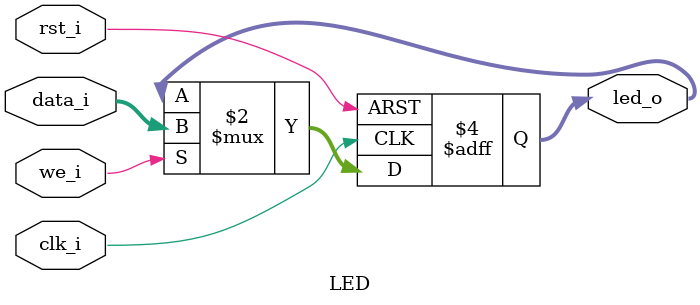
<source format=v>
`timescale 1ns / 1ps

`include "defines.vh"

module LED(
    input wire  clk_i,
    input wire  rst_i,
    input wire [31:0] data_i,
    input wire we_i,    //access to LED
    output reg [31:0] led_o
);

always @ (posedge clk_i or posedge rst_i) begin
    if (rst_i) begin
        led_o <= 0;
    end else begin
        if (we_i) begin
            led_o <= data_i;
        end
    end
end

endmodule

</source>
